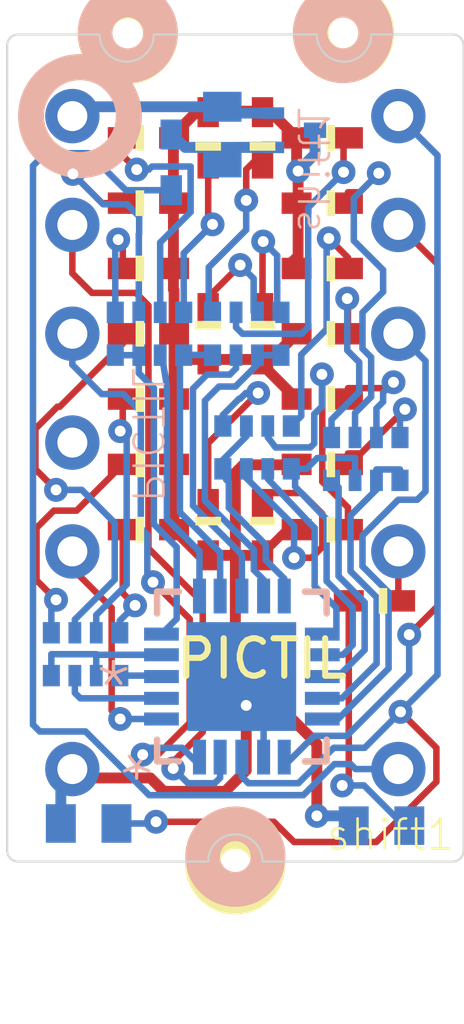
<source format=kicad_pcb>
(kicad_pcb (version 20221018) (generator pcbnew)
  (layers (0 "F.Cu" signal) (31 "B.Cu" signal) (34 "B.Paste" user) (35 "F.Paste" user) (36 "B.SilkS" user "B.Silkscreen") (37 "F.SilkS" user "F.Silkscreen") (38 "B.Mask" user) (39 "F.Mask" user) (44 "Edge.Cuts" user))
  (net 0 "")
  (net 1 "N$27")
  (net 2 "V_LED")
  (net 3 "INC")
  (net 4 "IND")
  (net 5 "C_R")
  (net 6 "BLK")
  (net 7 "V_LOGIC")
  (net 8 "GND")
  (net 9 "INA")
  (net 10 "INB")
  (net 11 "LATCH")
  (net 12 "V_LED_IN")
  (net 13 "L7")
  (net 14 "L6")
  (net 15 "L5")
  (net 16 "L4")
  (net 17 "L3")
  (net 18 "L8")
  (net 19 "L2")
  (net 20 "L1")
  (net 21 "L12")
  (net 22 "L13")
  (net 23 "L11")
  (net 24 "L10")
  (net 25 "L9")
  (net 26 "C5")
  (net 27 "C4")
  (net 28 "C3")
  (net 29 "C6")
  (net 30 "C7")
  (net 31 "B5")
  (net 32 "B6")
  (net 33 "B7")
  (net 34 "B4")
  (net 35 "C2")
  (net 36 "C1")
  (net 37 "C0")
  (net 38 "N$2")
  (net 39 "L12B")
  (net 40 "L10B")
  (net 41 "L8B")
  (net 42 "L2B")
  (net 43 "L13B")
  (net 44 "L4B")
  (net 45 "L6B")
  (net 46 "N$3")
  (footprint "LED0402_B" (layer "F.Cu") (at 85.344 117.946 -90)
    (fp_text reference "LED8" hide)
    (fp_text value "")
  )
  (footprint "LED0402_B" (layer "F.Cu") (at 82.677 108.802)
    (fp_text reference "LED1" hide)
    (fp_text value "")
  )
  (footprint "LED0402_B" (layer "F.Cu") (at 86.741 117.946 180)
    (fp_text reference "LED7" hide)
    (fp_text value "")
  )
  (footprint "LED0402_B" (layer "F.Cu") (at 87.9602 119.6086 180)
    (fp_text reference "LED15" hide)
    (fp_text value "")
  )
  (footprint "LED0402_B" (layer "F.Cu") (at 84.074 113.374 -90)
    (fp_text reference "LED21" hide)
    (fp_text value "")
  )
  (footprint "LED0402_B" (layer "F.Cu") (at 86.741 114.898 180)
    (fp_text reference "LED6" hide)
    (fp_text value "")
  )
  (footprint "LED0402_B" (layer "F.Cu") (at 86.741 108.802 180)
    (fp_text reference "LED3" hide)
    (fp_text value "")
  )
  (footprint "1X07_NO6" (layer "F.Cu") (at 80.899 115.914 -90)
    (fp_text reference "JP1" hide)
    (fp_text value "PINH-1X7_NO6," hide)
  )
  (footprint "LED0402_B" (layer "F.Cu") (at 86.741 113.374 180)
    (fp_text reference "LED5" hide)
    (fp_text value "")
  )
  (footprint "LED0402_B" (layer "F.Cu") (at 86.741 116.422 180)
    (fp_text reference "LED18" hide)
    (fp_text value "")
  )
  (footprint "LED0402_B" (layer "F.Cu") (at 86.741 111.85 180)
    (fp_text reference "LED19" hide)
    (fp_text value "")
  )
  (footprint "LED0402_B" (layer "F.Cu") (at 82.677 116.422)
    (fp_text reference "LED23" hide)
    (fp_text value "")
  )
  (footprint "1X07_NO2,4_THT" (layer "F.Cu") (at 88.519 115.914 90)
    (fp_text reference "JP2" hide)
    (fp_text value "PINH-1X7_NO2,4THT2" hide)
  )
  (footprint "LED0402_B" (layer "F.Cu") (at 82.677 113.374)
    (fp_text reference "LED11" hide)
    (fp_text value "")
  )
  (footprint "LED0402_B" (layer "F.Cu") (at 86.741 110.326 180)
    (fp_text reference "LED4" hide)
    (fp_text value "")
  )
  (footprint "LED0402_B" (layer "F.Cu") (at 84.074 108.802 90)
    (fp_text reference "LED20" hide)
    (fp_text value "")
  )
  (footprint "LED0402_B" (layer "F.Cu") (at 85.344 108.802 90)
    (fp_text reference "LED2" hide)
    (fp_text value "")
  )
  (footprint "LED0402_B" (layer "F.Cu") (at 82.677 117.946)
    (fp_text reference "LED9" hide)
    (fp_text value "")
  )
  (footprint "LED0402_B" (layer "F.Cu") (at 85.344 113.374 -90)
    (fp_text reference "LED13" hide)
    (fp_text value "")
  )
  (footprint "LED0402_B" (layer "F.Cu") (at 84.074 117.946 -90)
    (fp_text reference "LED22" hide)
    (fp_text value "")
  )
  (footprint "LED0402_B" (layer "F.Cu") (at 82.677 114.898)
    (fp_text reference "LED10" hide)
    (fp_text value "")
  )
  (footprint "LED0402_B" (layer "F.Cu") (at 82.677 111.85)
    (fp_text reference "LED24" hide)
    (fp_text value "")
  )
  (footprint "LED0402_B" (layer "F.Cu") (at 82.677 110.326)
    (fp_text reference "LED12" hide)
    (fp_text value "")
  )
  (footprint "R0402" (layer "B.Cu") (at 88.1253 124.8548 180)
    (fp_text reference "R38" hide)
    (fp_text value "")
  )
  (footprint "C0402" (layer "B.Cu") (at 81.28 124.804 180)
    (fp_text reference "C2" hide)
    (fp_text value "")
  )
  (footprint "QFN50P400X400X100-21N" (layer "B.Cu") (at 84.8614 121.375)
    (fp_text reference "IC1" hide)
    (fp_text value "PIC16F527-I/ML" hide)
  )
  (footprint "4X0402ARV341" (layer "B.Cu") (at 85.217 116.0272)
    (fp_text reference "RN5" hide)
    (fp_text value "")
  )
  (footprint "R0402" (layer "B.Cu") (at 84.4042 108.7258 90)
    (fp_text reference "R24" hide)
    (fp_text value "")
  )
  (footprint "4X0402ARV341" (layer "B.Cu") (at 84.9756 113.374)
    (fp_text reference "RN2" hide)
    (fp_text value "")
  )
  (footprint "4X0402ARV341" (layer "B.Cu") (at 81.2078 120.8532)
    (fp_text reference "RN4" hide)
    (fp_text value "")
  )
  (footprint "SOD523" (layer "B.Cu") (at 83.2104 109.4243 90)
    (fp_text reference "D1" hide)
    (fp_text value "")
  )
  (footprint "4X0402ARV341" (layer "B.Cu") (at 82.7024 113.374)
    (fp_text reference "RN1" hide)
    (fp_text value "")
  )
  (footprint "SOT723" (layer "B.Cu") (at 86.0806 108.6242 90)
    (fp_text reference "Q2" hide)
    (fp_text value "NTK3139PSOT723")
  )
  (footprint "4X0402ARV341" (layer "B.Cu") (at 87.757 116.295)
    (fp_text reference "RN3" hide)
    (fp_text value "")
  )
  (gr_circle (center 87.2236 106.353409) (end 87.582809 106.353409) (stroke (width 0.8128)) (fill none) (layer "B.SilkS"))
  (gr_circle (center 82.1944 106.353409) (end 82.553609 106.353409) (stroke (width 0.8128)) (fill none) (layer "B.SilkS"))
  (gr_circle (center 84.709 125.5776) (end 85.068209 125.5776) (stroke (width 0.8128)) (fill none) (layer "B.SilkS"))
  (gr_circle (center 81.0768 108.294) (end 82.2198 108.294) (stroke (width 0.6096)) (fill none) (layer "B.SilkS"))
  (gr_circle (center 84.709 125.7554) (end 85.068209 125.7554) (stroke (width 0.8128)) (fill none) (layer "F.SilkS"))
  (gr_circle (center 87.249 106.3498) (end 87.608209 106.3498) (stroke (width 0.8128)) (fill none) (layer "F.SilkS"))
  (gr_circle (center 82.1944 106.3752) (end 82.553609 106.3752) (stroke (width 0.8128)) (fill none) (layer "F.SilkS"))
  (gr_arc (start 84.709 125.058) (mid 85.158013 125.243987) (end 85.344 125.693) (stroke (width 0.05)) (layer "Edge.Cuts"))
  (gr_line (start 81.534 106.389) (end 79.629 106.389) (stroke (width 0.05)) (layer "Edge.Cuts"))
  (gr_arc (start 82.804 106.389) (mid 82.618013 106.838013) (end 82.169 107.024) (stroke (width 0.05)) (layer "Edge.Cuts"))
  (gr_arc (start 79.629 125.693) (mid 79.449395 125.618605) (end 79.375 125.439) (stroke (width 0.05)) (layer "Edge.Cuts"))
  (gr_arc (start 89.789 106.389) (mid 89.968605 106.463395) (end 90.043 106.643) (stroke (width 0.05)) (layer "Edge.Cuts"))
  (gr_arc (start 79.375 106.643) (mid 79.449395 106.463395) (end 79.629 106.389) (stroke (width 0.05)) (layer "Edge.Cuts"))
  (gr_line (start 89.789 106.389) (end 87.884 106.389) (stroke (width 0.05)) (layer "Edge.Cuts"))
  (gr_line (start 85.344 125.693) (end 89.789 125.693) (stroke (width 0.05)) (layer "Edge.Cuts"))
  (gr_line (start 79.375 106.643) (end 79.375 125.439) (stroke (width 0.05)) (layer "Edge.Cuts"))
  (gr_arc (start 87.249 107.024) (mid 86.799987 106.838013) (end 86.614 106.389) (stroke (width 0.05)) (layer "Edge.Cuts"))
  (gr_arc (start 87.884 106.389) (mid 87.698013 106.838013) (end 87.249 107.024) (stroke (width 0.05)) (layer "Edge.Cuts"))
  (gr_line (start 86.614 106.389) (end 82.804 106.389) (stroke (width 0.05)) (layer "Edge.Cuts"))
  (gr_line (start 90.043 125.439) (end 90.043 106.643) (stroke (width 0.05)) (layer "Edge.Cuts"))
  (gr_arc (start 90.043 125.439) (mid 89.968605 125.618605) (end 89.789 125.693) (stroke (width 0.05)) (layer "Edge.Cuts"))
  (gr_line (start 79.629 125.693) (end 84.074 125.693) (stroke (width 0.05)) (layer "Edge.Cuts"))
  (gr_arc (start 82.169 107.024) (mid 81.719987 106.838013) (end 81.534 106.389) (stroke (width 0.05)) (layer "Edge.Cuts"))
  (gr_arc (start 84.074 125.693) (mid 84.259987 125.243987) (end 84.709 125.058) (stroke (width 0.05)) (layer "Edge.Cuts"))
  (gr_text "" (at 84.2264 116.0918 -90) (layer "B.SilkS") (effects (font (size 0.70104 0.70104) (thickness 0.06096)) (justify right top mirror)))
  (gr_text "shift1" (at 86.106 111.0626 -90) (layer "B.SilkS") (effects (font (size 0.70104 0.70104) (thickness 0.06096)) (justify left bottom mirror)))
  (gr_text "PICTIL" (at 83.058 114.1106 -90) (layer "B.SilkS") (effects (font (size 0.70104 0.70104) (thickness 0.06096)) (justify right top mirror)))
  (gr_text "*" (at 82.9056 122.4026 180) (layer "B.SilkS") (effects (font (size 1.1938 1.1938) (thickness 0.0762)) (justify right bottom mirror)))
  (gr_text "PICTIL" (at 87.4014 120.4468) (layer "F.SilkS") (effects (font (size 0.87376 0.87376) (thickness 0.14224)) (justify right top)))
  (gr_text "shift1" (at 86.7918 125.476) (layer "F.SilkS") (effects (font (size 0.70104 0.70104) (thickness 0.06096)) (justify left bottom)))
  (segment (start 87.3602 123.763457) (end 87.3602 119.6086) (width 0.1524) (layer "F.Cu") (net 1))
  (segment (start 87.207199 123.916458) (end 87.3602 123.763457) (width 0.1524) (layer "F.Cu") (net 1))
  (via (at 87.207199 123.916458) (size 0.5588) (drill 0.254) (layers "F.Cu" "B.Cu") (net 1))
  (segment (start 87.716064 123.916458) (end 88.7753 124.975694) (width 0.1524) (layer "B.Cu") (net 1))
  (segment (start 88.7753 124.975694) (end 88.7753 125.1088) (width 0.1524) (layer "B.Cu") (net 1))
  (segment (start 87.207199 123.916458) (end 87.716064 123.916458) (width 0.1524) (layer "B.Cu") (net 1))
  (segment (start 86.175715 109.5756) (end 86.175715 109.471646) (width 0.254) (layer "F.Cu") (net 2))
  (segment (start 86.175715 109.5756) (end 86.141 109.540885) (width 0.254) (layer "F.Cu") (net 2))
  (segment (start 86.175715 111.561285) (end 86.0298 111.7072) (width 0.254) (layer "F.Cu") (net 2))
  (segment (start 86.141 116.422) (end 86.1294 116.4336) (width 0.254) (layer "F.Cu") (net 2))
  (segment (start 83.82 108.1786) (end 85.5176 108.1786) (width 0.254) (layer "F.Cu") (net 2))
  (segment (start 83.2812 113.974) (end 83.277 113.9698) (width 0.254) (layer "F.Cu") (net 2))
  (segment (start 83.277 117.946) (end 83.277 113.9698) (width 0.254) (layer "F.Cu") (net 2))
  (segment (start 86.614 122.944758) (end 86.614 124.6262) (width 0.254) (layer "F.Cu") (net 2))
  (segment (start 83.277 108.7216) (end 83.82 108.1786) (width 0.254) (layer "F.Cu") (net 2))
  (segment (start 84.074 118.546) (end 83.877 118.546) (width 0.254) (layer "F.Cu") (net 2))
  (segment (start 85.5176 108.1786) (end 86.141 108.802) (width 0.254) (layer "F.Cu") (net 2))
  (segment (start 84.8944 116.4336) (end 84.709 116.619) (width 0.254) (layer "F.Cu") (net 2))
  (segment (start 83.2612 109.0148) (end 83.2612 112.3422) (width 0.254) (layer "F.Cu") (net 2))
  (segment (start 85.344 118.546) (end 84.074 118.546) (width 0.254) (layer "F.Cu") (net 2))
  (segment (start 86.141 109.540885) (end 86.141 108.802) (width 0.254) (layer "F.Cu") (net 2))
  (segment (start 86.1294 116.4336) (end 84.8944 116.4336) (width 0.254) (layer "F.Cu") (net 2))
  (segment (start 83.277 113.9698) (end 83.277 112.358) (width 0.254) (layer "F.Cu") (net 2))
  (segment (start 84.709 121.039758) (end 86.614 122.944758) (width 0.254) (layer "F.Cu") (net 2))
  (segment (start 85.3186 118.5418) (end 85.9144 117.946) (width 0.2032) (layer "F.Cu") (net 2))
  (segment (start 84.074 113.974) (end 83.2812 113.974) (width 0.254) (layer "F.Cu") (net 2))
  (segment (start 83.2612 112.3422) (end 83.277 112.358) (width 0.254) (layer "F.Cu") (net 2))
  (segment (start 85.344 114.101) (end 86.141 114.898) (width 0.254) (layer "F.Cu") (net 2))
  (segment (start 85.9144 117.946) (end 86.141 117.946) (width 0.2032) (layer "F.Cu") (net 2))
  (segment (start 85.344 113.974) (end 85.344 114.101) (width 0.254) (layer "F.Cu") (net 2))
  (segment (start 85.344 113.974) (end 85.541 113.974) (width 0.254) (layer "F.Cu") (net 2))
  (segment (start 84.074 113.974) (end 85.344 113.974) (width 0.254) (layer "F.Cu") (net 2))
  (segment (start 85.541 113.974) (end 86.141 113.374) (width 0.254) (layer "F.Cu") (net 2))
  (segment (start 84.709 116.619) (end 84.709 121.039758) (width 0.254) (layer "F.Cu") (net 2))
  (segment (start 86.175715 109.5756) (end 86.175715 111.561285) (width 0.254) (layer "F.Cu") (net 2))
  (segment (start 86.175715 109.471646) (end 86.141 109.436931) (width 0.254) (layer "F.Cu") (net 2))
  (segment (start 83.877 118.546) (end 83.277 117.946) (width 0.254) (layer "F.Cu") (net 2))
  (segment (start 83.277 108.802) (end 83.277 108.7216) (width 0.254) (layer "F.Cu") (net 2))
  (via (at 86.175715 109.5756) (size 0.5588) (drill 0.254) (layers "F.Cu" "B.Cu") (net 2))
  (via (at 86.614 124.6262) (size 0.5588) (drill 0.254) (layers "F.Cu" "B.Cu") (net 2))
  (segment (start 87.2467 124.6262) (end 86.614 124.6262) (width 0.254) (layer "B.Cu") (net 2))
  (segment (start 86.5706 109.180715) (end 86.5706 108.6242) (width 0.254) (layer "B.Cu") (net 2))
  (segment (start 86.175715 109.5756) (end 86.5706 109.180715) (width 0.254) (layer "B.Cu") (net 2))
  (segment (start 87.4753 125.1088) (end 87.2467 124.8802) (width 0.254) (layer "B.Cu") (net 2))
  (segment (start 89.4334 111.7484) (end 88.519 110.834) (width 0.1524) (layer "F.Cu") (net 3))
  (segment (start 88.7725 120.396) (end 89.4334 119.7351) (width 0.1524) (layer "F.Cu") (net 3))
  (segment (start 89.4334 119.7351) (end 89.4334 111.7484) (width 0.1524) (layer "F.Cu") (net 3))
  (via (at 88.7725 120.396) (size 0.5588) (drill 0.254) (layers "F.Cu" "B.Cu") (net 3))
  (segment (start 88.7725 120.396) (end 88.7725 121.2993) (width 0.1524) (layer "B.Cu") (net 3))
  (segment (start 87.3136 122.7582) (end 86.5516 122.7582) (width 0.1524) (layer "B.Cu") (net 3))
  (segment (start 86.5516 122.7582) (end 85.852 123.4578) (width 0.1524) (layer "B.Cu") (net 3))
  (segment (start 88.7725 121.2993) (end 87.3136 122.7582) (width 0.1524) (layer "B.Cu") (net 3))
  (segment (start 87.6808 118.801194) (end 88.2904 119.410794) (width 0.1524) (layer "B.Cu") (net 4))
  (segment (start 88.2904 119.410794) (end 88.2904 121.185932) (width 0.1524) (layer "B.Cu") (net 4))
  (segment (start 88.5172 117.2482) (end 87.6808 118.0846) (width 0.1524) (layer "B.Cu") (net 4))
  (segment (start 88.519 113.374) (end 89.154 114.009) (width 0.1524) (layer "B.Cu") (net 4))
  (segment (start 89.154 117.0544) (end 88.9602 117.2482) (width 0.1524) (layer "B.Cu") (net 4))
  (segment (start 88.9602 117.2482) (end 88.5172 117.2482) (width 0.1524) (layer "B.Cu") (net 4))
  (segment (start 88.2904 121.185932) (end 87.110732 122.3656) (width 0.1524) (layer "B.Cu") (net 4))
  (segment (start 89.154 114.009) (end 89.154 117.0544) (width 0.1524) (layer "B.Cu") (net 4))
  (segment (start 87.110732 122.3656) (end 86.741 122.3656) (width 0.1524) (layer "B.Cu") (net 4))
  (segment (start 87.6808 118.0846) (end 87.6808 118.801194) (width 0.1524) (layer "B.Cu") (net 4))
  (segment (start 88.519 118.454) (end 88.519 119.5674) (width 0.1524) (layer "F.Cu") (net 5))
  (segment (start 88.519 119.5674) (end 88.5602 119.6086) (width 0.1524) (layer "F.Cu") (net 5))
  (segment (start 88.519 118.454) (end 88.9 118.073) (width 0.1524) (layer "F.Cu") (net 5))
  (segment (start 80.137 122.6566) (end 79.9792 122.4988) (width 0.1524) (layer "B.Cu") (net 6))
  (segment (start 88.519 123.534) (end 87.519995 123.534) (width 0.1524) (layer "B.Cu") (net 6))
  (segment (start 79.9792 109.454) (end 80.272553 109.160647) (width 0.1524) (layer "B.Cu") (net 6))
  (segment (start 86.298264 124.1436) (end 82.693994 124.1436) (width 0.1524) (layer "B.Cu") (net 6))
  (segment (start 87.404595 123.4186) (end 87.023264 123.4186) (width 0.1524) (layer "B.Cu") (net 6))
  (segment (start 82.15 110.0243) (end 83.2104 110.0243) (width 0.1524) (layer "B.Cu") (net 6))
  (segment (start 82.693994 124.1436) (end 81.206994 122.6566) (width 0.1524) (layer "B.Cu") (net 6))
  (segment (start 81.206994 122.6566) (end 80.137 122.6566) (width 0.1524) (layer "B.Cu") (net 6))
  (segment (start 79.9792 122.4988) (end 79.9792 109.454) (width 0.1524) (layer "B.Cu") (net 6))
  (segment (start 87.519995 123.534) (end 87.404595 123.4186) (width 0.1524) (layer "B.Cu") (net 6))
  (segment (start 81.286347 109.160647) (end 82.15 110.0243) (width 0.1524) (layer "B.Cu") (net 6))
  (segment (start 87.023264 123.4186) (end 86.298264 124.1436) (width 0.1524) (layer "B.Cu") (net 6))
  (segment (start 88.2904 123.3054) (end 88.519 123.534) (width 0.1524) (layer "B.Cu") (net 6))
  (segment (start 83.2104 110.0243) (end 83.0411 109.855) (width 0.1524) (layer "B.Cu") (net 6))
  (segment (start 80.272553 109.160647) (end 81.286347 109.160647) (width 0.1524) (layer "B.Cu") (net 6))
  (segment (start 85.6096 124.7648) (end 82.8548 124.7648) (width 0.1524) (layer "F.Cu") (net 7))
  (segment (start 88.5698 122.1994) (end 89.408 123.0376) (width 0.1524) (layer "F.Cu") (net 7))
  (segment (start 89.408 123.830394) (end 88.002594 125.2358) (width 0.1524) (layer "F.Cu") (net 7))
  (segment (start 86.0806 125.2358) (end 85.6096 124.7648) (width 0.1524) (layer "F.Cu") (net 7))
  (segment (start 89.408 123.0376) (end 89.408 123.830394) (width 0.1524) (layer "F.Cu") (net 7))
  (segment (start 88.002594 125.2358) (end 86.0806 125.2358) (width 0.1524) (layer "F.Cu") (net 7))
  (via (at 88.5698 122.1994) (size 0.5588) (drill 0.254) (layers "F.Cu" "B.Cu") (net 7))
  (via (at 82.8548 124.7648) (size 0.5588) (drill 0.254) (layers "F.Cu" "B.Cu") (net 7))
  (segment (start 81.93 124.804) (end 82.8156 124.804) (width 0.1524) (layer "B.Cu") (net 7))
  (segment (start 85.0138 123.8642) (end 84.8614 123.7118) (width 0.1524) (layer "B.Cu") (net 7))
  (segment (start 88.5698 122.1994) (end 87.7316 123.0376) (width 0.1524) (layer "B.Cu") (net 7))
  (segment (start 87.009132 123.0376) (end 86.182532 123.8642) (width 0.1524) (layer "B.Cu") (net 7))
  (segment (start 87.7316 123.0376) (end 87.009132 123.0376) (width 0.1524) (layer "B.Cu") (net 7))
  (segment (start 89.4334 121.3358) (end 89.4334 109.2084) (width 0.1524) (layer "B.Cu") (net 7))
  (segment (start 82.8156 124.804) (end 82.8548 124.7648) (width 0.1524) (layer "B.Cu") (net 7))
  (segment (start 88.5698 122.1994) (end 89.4334 121.3358) (width 0.1524) (layer "B.Cu") (net 7))
  (segment (start 86.182532 123.8642) (end 85.0138 123.8642) (width 0.1524) (layer "B.Cu") (net 7))
  (segment (start 84.8614 123.7118) (end 84.8614 123.4578) (width 0.1524) (layer "B.Cu") (net 7))
  (segment (start 89.4334 109.2084) (end 88.519 108.294) (width 0.1524) (layer "B.Cu") (net 7))
  (segment (start 83.035758 124.054094) (end 82.7233 123.741636) (width 0.254) (layer "F.Cu") (net 8))
  (segment (start 81.106636 123.741636) (end 80.899 123.534) (width 0.254) (layer "F.Cu") (net 8))
  (segment (start 82.7233 123.741636) (end 81.106636 123.741636) (width 0.254) (layer "F.Cu") (net 8))
  (segment (start 84.472248 124.054094) (end 83.035758 124.054094) (width 0.254) (layer "F.Cu") (net 8))
  (segment (start 84.963 123.563342) (end 84.472248 124.054094) (width 0.254) (layer "F.Cu") (net 8))
  (segment (start 84.963 122.0481) (end 84.963 123.563342) (width 0.254) (layer "F.Cu") (net 8))
  (via (at 84.963 122.0481) (size 0.5588) (drill 0.254) (layers "F.Cu" "B.Cu") (net 8))
  (segment (start 85.3694 121.5782) (end 84.963 122.2513) (width 0.1524) (layer "B.Cu") (net 8))
  (segment (start 84.8614 121.3242) (end 84.313621 121.008379) (width 0.254) (layer "B.Cu") (net 8))
  (segment (start 80.63 124.804) (end 80.63 123.803) (width 0.254) (layer "B.Cu") (net 8))
  (segment (start 84.313621 121.008379) (end 84.313621 120.917322) (width 0.254) (layer "B.Cu") (net 8))
  (segment (start 80.63 123.803) (end 80.899 123.534) (width 0.254) (layer "B.Cu") (net 8))
  (segment (start 85.3694 123.2546) (end 85.3694 121.375) (width 0.1524) (layer "B.Cu") (net 8))
  (segment (start 84.7471 120.9305) (end 84.8614 121.3242) (width 0.1524) (layer "B.Cu") (net 8))
  (segment (start 84.963 122.0481) (end 84.7471 120.9813) (width 0.1524) (layer "B.Cu") (net 8))
  (segment (start 82.784595 119.172018) (end 83.6422 120.029623) (width 0.1524) (layer "F.Cu") (net 9))
  (segment (start 82.89868 123.19692) (end 82.543064 123.19692) (width 0.1524) (layer "F.Cu") (net 9))
  (segment (start 83.6422 120.029623) (end 83.6422 122.4534) (width 0.1524) (layer "F.Cu") (net 9))
  (segment (start 83.6422 122.4534) (end 82.89868 123.19692) (width 0.1524) (layer "F.Cu") (net 9))
  (via (at 82.784595 119.172018) (size 0.5588) (drill 0.254) (layers "F.Cu" "B.Cu") (net 9))
  (via (at 82.543064 123.19692) (size 0.5588) (drill 0.254) (layers "F.Cu" "B.Cu") (net 9))
  (segment (start 81.1022 113.5772) (end 80.899 113.374) (width 0.1524) (layer "B.Cu") (net 9))
  (segment (start 82.6516 119.039023) (end 82.6516 118.063145) (width 0.1524) (layer "B.Cu") (net 9))
  (segment (start 82.4992 117.910745) (end 82.4992 115.1918) (width 0.1524) (layer "B.Cu") (net 9))
  (segment (start 80.899 114.0968) (end 80.899 113.374) (width 0.1524) (layer "B.Cu") (net 9))
  (segment (start 81.5848 114.7826) (end 80.899 114.0968) (width 0.1524) (layer "B.Cu") (net 9))
  (segment (start 83.8708 123.444) (end 83.8708 123.4578) (width 0.1524) (layer "B.Cu") (net 9))
  (segment (start 81.169375 113.374) (end 80.899 113.374) (width 0.1524) (layer "B.Cu") (net 9))
  (segment (start 82.784595 119.172018) (end 82.6516 119.039023) (width 0.1524) (layer "B.Cu") (net 9))
  (segment (start 83.464894 123.038094) (end 83.8708 123.444) (width 0.1524) (layer "B.Cu") (net 9))
  (segment (start 82.09 114.7826) (end 81.5848 114.7826) (width 0.1524) (layer "B.Cu") (net 9))
  (segment (start 82.543064 123.19692) (end 82.70189 123.038094) (width 0.1524) (layer "B.Cu") (net 9))
  (segment (start 82.4992 115.1918) (end 82.09 114.7826) (width 0.1524) (layer "B.Cu") (net 9))
  (segment (start 82.70189 123.038094) (end 83.464894 123.038094) (width 0.1524) (layer "B.Cu") (net 9))
  (segment (start 82.6516 118.063145) (end 82.4992 117.910745) (width 0.1524) (layer "B.Cu") (net 9))
  (segment (start 80.899 111.9632) (end 80.899 110.834) (width 0.1524) (layer "F.Cu") (net 10))
  (segment (start 82.677 112.7136) (end 82.3838 112.4204) (width 0.1524) (layer "F.Cu") (net 10))
  (segment (start 82.677 118.381923) (end 82.677 112.7136) (width 0.1524) (layer "F.Cu") (net 10))
  (segment (start 83.947 122.6704) (end 83.947 119.651923) (width 0.1524) (layer "F.Cu") (net 10))
  (segment (start 81.3562 112.4204) (end 80.899 111.9632) (width 0.1524) (layer "F.Cu") (net 10))
  (segment (start 82.3838 112.4204) (end 81.3562 112.4204) (width 0.1524) (layer "F.Cu") (net 10))
  (segment (start 83.947 119.651923) (end 82.677 118.381923) (width 0.1524) (layer "F.Cu") (net 10))
  (segment (start 83.1596 123.4578) (end 83.947 122.6704) (width 0.1524) (layer "F.Cu") (net 10))
  (via (at 83.2567 123.520694) (size 0.5588) (drill 0.254) (layers "F.Cu" "B.Cu") (net 10))
  (segment (start 84.3534 123.7372) (end 84.3534 123.2546) (width 0.1524) (layer "B.Cu") (net 10))
  (segment (start 84.2264 123.8642) (end 84.3534 123.7372) (width 0.1524) (layer "B.Cu") (net 10))
  (segment (start 83.600206 123.8642) (end 84.2264 123.8642) (width 0.1524) (layer "B.Cu") (net 10))
  (segment (start 83.2567 123.520694) (end 83.600206 123.8642) (width 0.1524) (layer "B.Cu") (net 10))
  (segment (start 81.817775 119.774106) (end 80.899 118.855331) (width 0.1524) (layer "F.Cu") (net 11))
  (segment (start 82.0166 122.3651) (end 81.817775 122.166275) (width 0.1524) (layer "F.Cu") (net 11))
  (segment (start 81.817775 122.166275) (end 81.817775 119.774106) (width 0.1524) (layer "F.Cu") (net 11))
  (segment (start 80.899 118.855331) (end 80.899 118.454) (width 0.1524) (layer "F.Cu") (net 11))
  (via (at 82.0166 122.3651) (size 0.5588) (drill 0.254) (layers "F.Cu" "B.Cu") (net 11))
  (segment (start 82.0171 122.3656) (end 82.0166 122.3651) (width 0.1524) (layer "B.Cu") (net 11))
  (segment (start 82.9818 122.3656) (end 82.0171 122.3656) (width 0.1524) (layer "B.Cu") (net 11))
  (segment (start 81.1172 108.0758) (end 80.899 108.294) (width 0.254) (layer "B.Cu") (net 12))
  (segment (start 85.5906 108.2242) (end 84.5526 108.2242) (width 0.254) (layer "B.Cu") (net 12))
  (segment (start 84.4042 108.0758) (end 81.1172 108.0758) (width 0.254) (layer "B.Cu") (net 12))
  (segment (start 87.341 117.4284) (end 87.341 117.946) (width 0.1524) (layer "F.Cu") (net 13))
  (segment (start 86.732398 114.193932) (end 86.732702 114.193628) (width 0.1524) (layer "F.Cu") (net 13))
  (segment (start 86.741 116.8284) (end 87.341 117.4284) (width 0.1524) (layer "F.Cu") (net 13))
  (segment (start 86.732398 114.321682) (end 86.741 114.330284) (width 0.1524) (layer "F.Cu") (net 13))
  (segment (start 86.732398 114.321682) (end 86.732398 114.193932) (width 0.1524) (layer "F.Cu") (net 13))
  (segment (start 86.741 114.330284) (end 86.741 116.8284) (width 0.1524) (layer "F.Cu") (net 13))
  (via (at 86.732398 114.321682) (size 0.5588) (drill 0.254) (layers "F.Cu" "B.Cu") (net 13))
  (segment (start 86.5538 115.2492) (end 86.732398 115.070602) (width 0.1524) (layer "B.Cu") (net 13))
  (segment (start 85.4924 115.82) (end 85.6488 116.0272) (width 0.1524) (layer "B.Cu") (net 13))
  (segment (start 86.4616 116.0272) (end 86.5538 115.935) (width 0.1524) (layer "B.Cu") (net 13))
  (segment (start 85.467 115.7946) (end 85.4924 115.82) (width 0.1524) (layer "B.Cu") (net 13))
  (segment (start 85.6488 116.0272) (end 86.4616 116.0272) (width 0.1524) (layer "B.Cu") (net 13))
  (segment (start 86.732398 115.070602) (end 86.732398 114.321682) (width 0.1524) (layer "B.Cu") (net 13))
  (segment (start 86.5538 115.935) (end 86.5538 115.2492) (width 0.1524) (layer "B.Cu") (net 13))
  (segment (start 88.268428 114.644) (end 87.341 114.644) (width 0.1524) (layer "F.Cu") (net 14))
  (segment (start 88.405728 114.5067) (end 88.268428 114.644) (width 0.1524) (layer "F.Cu") (net 14))
  (via (at 88.405728 114.5067) (size 0.5588) (drill 0.254) (layers "F.Cu" "B.Cu") (net 14))
  (segment (start 88.007 115.117797) (end 88.007 115.795) (width 0.1524) (layer "B.Cu") (net 14))
  (segment (start 88.405728 114.5067) (end 88.1634 114.749028) (width 0.1524) (layer "B.Cu") (net 14))
  (segment (start 88.1634 114.961397) (end 88.007 115.117797) (width 0.1524) (layer "B.Cu") (net 14))
  (segment (start 88.1634 114.749028) (end 88.1634 114.961397) (width 0.1524) (layer "B.Cu") (net 14))
  (segment (start 87.341 112.568829) (end 87.341 113.12) (width 0.1524) (layer "F.Cu") (net 15))
  (segment (start 87.3247 112.552529) (end 87.341 112.568829) (width 0.1524) (layer "F.Cu") (net 15))
  (via (at 87.3247 112.552529) (size 0.5588) (drill 0.254) (layers "F.Cu" "B.Cu") (net 15))
  (segment (start 87.3247 112.552529) (end 87.3247 113.760226) (width 0.1524) (layer "B.Cu") (net 15))
  (segment (start 87.3247 113.760226) (end 87.6046 114.040126) (width 0.1524) (layer "B.Cu") (net 15))
  (segment (start 87.6046 114.729933) (end 86.957 115.377533) (width 0.1524) (layer "B.Cu") (net 15))
  (segment (start 87.6046 114.040126) (end 87.6046 114.729933) (width 0.1524) (layer "B.Cu") (net 15))
  (segment (start 86.957 115.377533) (end 86.957 115.795) (width 0.1524) (layer "B.Cu") (net 15))
  (segment (start 88.0618 109.6264) (end 87.6162 110.072) (width 0.1524) (layer "F.Cu") (net 16))
  (segment (start 87.6162 110.072) (end 87.341 110.072) (width 0.1524) (layer "F.Cu") (net 16))
  (via (at 88.0618 109.6264) (size 0.5588) (drill 0.254) (layers "F.Cu" "B.Cu") (net 16))
  (segment (start 87.6808 113.721194) (end 87.884 113.924394) (width 0.1524) (layer "B.Cu") (net 16))
  (segment (start 87.884 113.924394) (end 87.884 114.845665) (width 0.1524) (layer "B.Cu") (net 16))
  (segment (start 87.4776 111.2012) (end 88.1634 111.887) (width 0.1524) (layer "B.Cu") (net 16))
  (segment (start 87.6808 112.8776) (end 87.6808 113.721194) (width 0.1524) (layer "B.Cu") (net 16))
  (segment (start 87.507 115.222665) (end 87.507 115.795) (width 0.1524) (layer "B.Cu") (net 16))
  (segment (start 88.0618 109.6264) (end 87.4776 110.2106) (width 0.1524) (layer "B.Cu") (net 16))
  (segment (start 87.4776 110.2106) (end 87.4776 111.2012) (width 0.1524) (layer "B.Cu") (net 16))
  (segment (start 88.1634 112.395) (end 87.6808 112.8776) (width 0.1524) (layer "B.Cu") (net 16))
  (segment (start 87.884 114.845665) (end 87.507 115.222665) (width 0.1524) (layer "B.Cu") (net 16))
  (segment (start 88.1634 111.887) (end 88.1634 112.395) (width 0.1524) (layer "B.Cu") (net 16))
  (segment (start 87.23789 109.601055) (end 87.23789 108.65111) (width 0.1524) (layer "F.Cu") (net 17))
  (via (at 87.23789 109.601055) (size 0.5588) (drill 0.254) (layers "F.Cu" "B.Cu") (net 17))
  (segment (start 84.7256 113.2244) (end 84.7256 112.874) (width 0.1524) (layer "B.Cu") (net 17))
  (segment (start 86.259169 113.374) (end 84.8752 113.374) (width 0.1524) (layer "B.Cu") (net 17))
  (segment (start 86.4108 110.428145) (end 86.4108 113.222369) (width 0.1524) (layer "B.Cu") (net 17))
  (segment (start 84.8752 113.374) (end 84.7256 113.2244) (width 0.1524) (layer "B.Cu") (net 17))
  (segment (start 87.23789 109.601055) (end 86.4108 110.428145) (width 0.1524) (layer "B.Cu") (net 17))
  (segment (start 86.4108 113.222369) (end 86.259169 113.374) (width 0.1524) (layer "B.Cu") (net 17))
  (segment (start 86.491498 118.601902) (end 86.741 118.3524) (width 0.1524) (layer "F.Cu") (net 18))
  (segment (start 86.741 117.5766) (end 86.2564 117.092) (width 0.1524) (layer "F.Cu") (net 18))
  (segment (start 86.0811 118.601902) (end 86.491498 118.601902) (width 0.1524) (layer "F.Cu") (net 18))
  (segment (start 86.741 118.3524) (end 86.741 117.5766) (width 0.1524) (layer "F.Cu") (net 18))
  (segment (start 86.2564 117.092) (end 85.344 117.092) (width 0.1524) (layer "F.Cu") (net 18))
  (via (at 86.0811 118.601902) (size 0.5588) (drill 0.254) (layers "F.Cu" "B.Cu") (net 18))
  (segment (start 86.0811 117.8565) (end 84.967 116.7424) (width 0.1524) (layer "B.Cu") (net 18))
  (segment (start 84.967 116.7424) (end 84.967 116.5272) (width 0.1524) (layer "B.Cu") (net 18))
  (segment (start 86.0811 118.601902) (end 86.0811 117.8565) (width 0.1524) (layer "B.Cu") (net 18))
  (segment (start 84.963 109.5386) (end 85.344 109.1576) (width 0.1524) (layer "F.Cu") (net 19))
  (segment (start 84.963 110.2614) (end 84.963 109.5386) (width 0.1524) (layer "F.Cu") (net 19))
  (via (at 84.963 110.2614) (size 0.5588) (drill 0.254) (layers "F.Cu" "B.Cu") (net 19))
  (segment (start 84.0868 111.8234) (end 84.0868 112.8326) (width 0.1524) (layer "B.Cu") (net 19))
  (segment (start 84.963 110.9472) (end 84.0868 111.8234) (width 0.1524) (layer "B.Cu") (net 19))
  (segment (start 84.963 110.2614) (end 84.963 110.9472) (width 0.1524) (layer "B.Cu") (net 19))
  (segment (start 82.1182 109.257353) (end 82.403047 109.5422) (width 0.1524) (layer "F.Cu") (net 20))
  (segment (start 82.1182 108.5892) (end 82.1182 109.257353) (width 0.1524) (layer "F.Cu") (net 20))
  (via (at 82.403047 109.5422) (size 0.5588) (drill 0.254) (layers "F.Cu" "B.Cu") (net 20))
  (segment (start 82.9524 111.2444) (end 82.9524 112.874) (width 0.1524) (layer "B.Cu") (net 20))
  (segment (start 83.6636 110.5332) (end 82.9524 111.2444) (width 0.1524) (layer "B.Cu") (net 20))
  (segment (start 82.6861 109.5422) (end 82.7572 109.4711) (width 0.1524) (layer "B.Cu") (net 20))
  (segment (start 83.6636 109.4711) (end 83.6636 110.5332) (width 0.1524) (layer "B.Cu") (net 20))
  (segment (start 82.7572 109.4711) (end 83.6636 109.4711) (width 0.1524) (layer "B.Cu") (net 20))
  (segment (start 82.3504 109.5422) (end 82.6861 109.5422) (width 0.1524) (layer "B.Cu") (net 20))
  (segment (start 82.077 110.326) (end 81.594246 110.326) (width 0.1524) (layer "F.Cu") (net 21))
  (segment (start 81.594246 110.326) (end 80.911493 109.643247) (width 0.1524) (layer "F.Cu") (net 21))
  (via (at 80.911493 109.643247) (size 0.5588) (drill 0.254) (layers "F.Cu" "B.Cu") (net 21))
  (segment (start 82.1784 110.3514) (end 81.619646 110.3514) (width 0.1524) (layer "B.Cu") (net 21))
  (segment (start 81.619646 110.3514) (end 80.911493 109.643247) (width 0.1524) (layer "B.Cu") (net 21))
  (segment (start 82.4524 111.0426) (end 82.4611 111.0339) (width 0.1524) (layer "B.Cu") (net 21))
  (segment (start 82.4524 112.874) (end 82.4524 111.0426) (width 0.1524) (layer "B.Cu") (net 21))
  (segment (start 82.4611 110.6341) (end 82.1784 110.3514) (width 0.1524) (layer "B.Cu") (net 21))
  (segment (start 82.4611 111.0339) (end 82.4611 110.6341) (width 0.1524) (layer "B.Cu") (net 21))
  (segment (start 85.359379 111.221616) (end 85.344 111.236995) (width 0.1524) (layer "F.Cu") (net 22))
  (segment (start 85.344 111.236995) (end 85.344 112.52) (width 0.1524) (layer "F.Cu") (net 22))
  (via (at 85.359379 111.221616) (size 0.5588) (drill 0.254) (layers "F.Cu" "B.Cu") (net 22))
  (segment (start 85.359379 111.221616) (end 85.6868 111.549037) (width 0.1524) (layer "B.Cu") (net 22))
  (segment (start 85.6868 111.549037) (end 85.6868 112.874) (width 0.1524) (layer "B.Cu") (net 22))
  (segment (start 82.077 113.6046) (end 80.6058 115.0758) (width 0.1524) (layer "F.Cu") (net 23))
  (segment (start 80.0354 115.592206) (end 80.0354 116.5357) (width 0.1524) (layer "F.Cu") (net 23))
  (segment (start 80.6058 115.0758) (end 80.551806 115.0758) (width 0.1524) (layer "F.Cu") (net 23))
  (segment (start 80.551806 115.0758) (end 80.0354 115.592206) (width 0.1524) (layer "F.Cu") (net 23))
  (segment (start 80.0354 116.5357) (end 80.5175 117.0178) (width 0.1524) (layer "F.Cu") (net 23))
  (segment (start 82.077 113.374) (end 82.077 113.6046) (width 0.1524) (layer "F.Cu") (net 23))
  (via (at 80.5175 117.0178) (size 0.5588) (drill 0.254) (layers "F.Cu" "B.Cu") (net 23))
  (segment (start 81.119203 117.0178) (end 80.5175 117.0178) (width 0.1524) (layer "B.Cu") (net 23))
  (segment (start 81.8896 117.788197) (end 81.119203 117.0178) (width 0.1524) (layer "B.Cu") (net 23))
  (segment (start 81.8896 119.111868) (end 81.8896 117.788197) (width 0.1524) (layer "B.Cu") (net 23))
  (segment (start 80.9578 120.043668) (end 81.8896 119.111868) (width 0.1524) (layer "B.Cu") (net 23))
  (segment (start 80.9578 120.3532) (end 80.9578 120.043668) (width 0.1524) (layer "B.Cu") (net 23))
  (segment (start 82.0171 115.6462) (end 82.077 115.5863) (width 0.1524) (layer "F.Cu") (net 24))
  (segment (start 82.077 115.5863) (end 82.077 114.898) (width 0.1524) (layer "F.Cu") (net 24))
  (via (at 82.0171 115.6462) (size 0.5588) (drill 0.254) (layers "F.Cu" "B.Cu") (net 24))
  (segment (start 82.169 115.7981) (end 82.169 119.2276) (width 0.1524) (layer "B.Cu") (net 24))
  (segment (start 82.169 119.2276) (end 81.4578 119.9388) (width 0.1524) (layer "B.Cu") (net 24))
  (segment (start 81.4578 119.9388) (end 81.4578 120.3532) (width 0.1524) (layer "B.Cu") (net 24))
  (segment (start 82.0171 115.6462) (end 82.169 115.7981) (width 0.1524) (layer "B.Cu") (net 24))
  (segment (start 82.077 119.425905) (end 82.077 117.946) (width 0.1524) (layer "F.Cu") (net 25))
  (segment (start 82.364744 119.713649) (end 82.077 119.425905) (width 0.1524) (layer "F.Cu") (net 25))
  (via (at 82.364744 119.713649) (size 0.5588) (drill 0.254) (layers "F.Cu" "B.Cu") (net 25))
  (segment (start 82.364744 119.713649) (end 82.0078 120.070593) (width 0.1524) (layer "B.Cu") (net 25))
  (segment (start 82.0078 120.070593) (end 82.0078 120.3532) (width 0.1524) (layer "B.Cu") (net 25))
  (segment (start 82.9818 121.883) (end 81.0852 121.883) (width 0.1524) (layer "B.Cu") (net 26))
  (segment (start 80.9578 121.7556) (end 80.9578 121.3532) (width 0.1524) (layer "B.Cu") (net 26))
  (segment (start 81.0852 121.883) (end 80.9578 121.7556) (width 0.1524) (layer "B.Cu") (net 26))
  (segment (start 82.0078 121.3532) (end 82.96 121.3532) (width 0.1524) (layer "B.Cu") (net 27))
  (segment (start 82.96 121.3532) (end 82.9818 121.375) (width 0.1524) (layer "B.Cu") (net 27))
  (segment (start 80.4078 120.8532) (end 80.4078 121.3532) (width 0.1524) (layer "B.Cu") (net 28))
  (segment (start 81.4578 121.3532) (end 81.4578 120.8532) (width 0.1524) (layer "B.Cu") (net 28))
  (segment (start 81.4578 120.8532) (end 81.4716 120.867) (width 0.1524) (layer "B.Cu") (net 28))
  (segment (start 80.4078 120.8532) (end 81.4578 120.8532) (width 0.1524) (layer "B.Cu") (net 28))
  (segment (start 81.4716 120.867) (end 82.9818 120.867) (width 0.1524) (layer "B.Cu") (net 28))
  (segment (start 82.4524 113.874) (end 81.9024 113.874) (width 0.1524) (layer "B.Cu") (net 29))
  (segment (start 82.4524 114.2924) (end 82.804 114.644) (width 0.1524) (layer "B.Cu") (net 29))
  (segment (start 82.804 117.819) (end 83.3374 118.3524) (width 0.1524) (layer "B.Cu") (net 29))
  (segment (start 83.3374 120.0288) (end 82.9818 120.3844) (width 0.1524) (layer "B.Cu") (net 29))
  (segment (start 82.4524 113.874) (end 82.4524 114.2924) (width 0.1524) (layer "B.Cu") (net 29))
  (segment (start 82.804 114.644) (end 82.804 117.819) (width 0.1524) (layer "B.Cu") (net 29))
  (segment (start 83.3374 118.3524) (end 83.3374 120.0288) (width 0.1524) (layer "B.Cu") (net 29))
  (segment (start 83.1088 114.5932) (end 83.1088 117.692) (width 0.1524) (layer "B.Cu") (net 30))
  (segment (start 83.0286 114.1146) (end 83.1088 114.5932) (width 0.1524) (layer "B.Cu") (net 30))
  (segment (start 83.1088 117.692) (end 83.8708 118.454) (width 0.1524) (layer "B.Cu") (net 30))
  (segment (start 83.8708 118.454) (end 83.8708 119.4954) (width 0.1524) (layer "B.Cu") (net 30))
  (segment (start 83.9978 117.271468) (end 85.1408 118.414468) (width 0.1524) (layer "B.Cu") (net 31))
  (segment (start 84.7106 114.6066) (end 84.3262 114.6066) (width 0.1524) (layer "B.Cu") (net 31))
  (segment (start 85.1408 118.8858) (end 85.3694 119.1144) (width 0.1524) (layer "B.Cu") (net 31))
  (segment (start 85.6868 113.874) (end 85.2256 113.874) (width 0.1524) (layer "B.Cu") (net 31))
  (segment (start 85.2256 114.0916) (end 84.7106 114.6066) (width 0.1524) (layer "B.Cu") (net 31))
  (segment (start 85.1408 118.414468) (end 85.1408 118.8858) (width 0.1524) (layer "B.Cu") (net 31))
  (segment (start 83.9978 114.935) (end 83.9978 117.271468) (width 0.1524) (layer "B.Cu") (net 31))
  (segment (start 85.2256 113.874) (end 85.2256 114.0916) (width 0.1524) (layer "B.Cu") (net 31))
  (segment (start 84.3262 114.6066) (end 83.9978 114.935) (width 0.1524) (layer "B.Cu") (net 31))
  (segment (start 85.3694 119.1144) (end 85.3694 119.4954) (width 0.1524) (layer "B.Cu") (net 31))
  (segment (start 84.8614 119.4954) (end 84.8614 118.5302) (width 0.1524) (layer "B.Cu") (net 32))
  (segment (start 83.7184 114.6556) (end 84.0468 114.3272) (width 0.1524) (layer "B.Cu") (net 32))
  (segment (start 84.8614 118.5302) (end 83.7184 117.3872) (width 0.1524) (layer "B.Cu") (net 32))
  (segment (start 84.0468 114.3272) (end 84.5788 114.3272) (width 0.1524) (layer "B.Cu") (net 32))
  (segment (start 84.5788 114.3272) (end 84.7256 114.1804) (width 0.1524) (layer "B.Cu") (net 32))
  (segment (start 83.7184 117.3872) (end 83.7184 114.6556) (width 0.1524) (layer "B.Cu") (net 32))
  (segment (start 84.7256 114.1804) (end 84.7256 113.874) (width 0.1524) (layer "B.Cu") (net 32))
  (segment (start 83.4136 113.9628) (end 83.4136 117.5396) (width 0.1524) (layer "B.Cu") (net 33))
  (segment (start 83.4136 117.5396) (end 84.3534 118.4794) (width 0.1524) (layer "B.Cu") (net 33))
  (segment (start 84.3534 118.4794) (end 84.3534 119.4954) (width 0.1524) (layer "B.Cu") (net 33))
  (segment (start 84.1122 113.8682) (end 83.5278 113.8682) (width 0.1524) (layer "B.Cu") (net 33))
  (segment (start 84.5566 117.435136) (end 85.4202 118.298737) (width 0.1524) (layer "B.Cu") (net 34))
  (segment (start 84.5566 116.84) (end 84.5566 117.435136) (width 0.1524) (layer "B.Cu") (net 34))
  (segment (start 85.4202 118.298737) (end 85.4202 118.6572) (width 0.1524) (layer "B.Cu") (net 34))
  (segment (start 84.4932 116.7766) (end 84.5566 116.84) (width 0.1524) (layer "B.Cu") (net 34))
  (segment (start 85.4202 118.6572) (end 85.852 119.089) (width 0.1524) (layer "B.Cu") (net 34))
  (segment (start 84.967 115.7692) (end 84.417 116.3192) (width 0.1524) (layer "B.Cu") (net 34))
  (segment (start 85.852 119.089) (end 85.852 119.4954) (width 0.1524) (layer "B.Cu") (net 34))
  (segment (start 86.5632 119.264122) (end 87.0712 119.772122) (width 0.1524) (layer "B.Cu") (net 35))
  (segment (start 86.5632 117.9068) (end 86.5632 119.264122) (width 0.1524) (layer "B.Cu") (net 35))
  (segment (start 87.0712 119.772122) (end 87.0712 120.2574) (width 0.1524) (layer "B.Cu") (net 35))
  (segment (start 86.3854 117.729) (end 86.5632 117.9068) (width 0.1524) (layer "B.Cu") (net 35))
  (segment (start 85.467 116.7598) (end 86.3854 117.729) (width 0.1524) (layer "B.Cu") (net 35))
  (segment (start 86.8426 117.7036) (end 86.8426 119.148388) (width 0.1524) (layer "B.Cu") (net 36))
  (segment (start 87.507 116.541) (end 87.507 116.2736) (width 0.1524) (layer "B.Cu") (net 36))
  (segment (start 86.106 116.9416) (end 86.6902 117.5512) (width 0.1524) (layer "B.Cu") (net 36))
  (segment (start 87.4522 119.75799) (end 87.4522 120.6384) (width 0.1524) (layer "B.Cu") (net 36))
  (segment (start 86.623 116.2736) (end 86.3694 116.5272) (width 0.1524) (layer "B.Cu") (net 36))
  (segment (start 86.6902 117.5512) (end 86.8426 117.7036) (width 0.1524) (layer "B.Cu") (net 36))
  (segment (start 86.3694 116.5272) (end 86.017 116.5272) (width 0.1524) (layer "B.Cu") (net 36))
  (segment (start 86.106 116.6162) (end 86.106 116.9416) (width 0.1524) (layer "B.Cu") (net 36))
  (segment (start 87.2236 120.867) (end 86.741 120.867) (width 0.1524) (layer "B.Cu") (net 36))
  (segment (start 86.8426 119.148388) (end 87.4522 119.75799) (width 0.1524) (layer "B.Cu") (net 36))
  (segment (start 87.507 116.2736) (end 86.623 116.2736) (width 0.1524) (layer "B.Cu") (net 36))
  (segment (start 87.4522 120.6384) (end 87.2236 120.867) (width 0.1524) (layer "B.Cu") (net 36))
  (segment (start 87.7316 120.754132) (end 87.110732 121.375) (width 0.1524) (layer "B.Cu") (net 37))
  (segment (start 87.7316 119.642259) (end 87.7316 120.754132) (width 0.1524) (layer "B.Cu") (net 37))
  (segment (start 87.122 116.96) (end 87.122 119.032657) (width 0.1524) (layer "B.Cu") (net 37))
  (segment (start 87.110732 121.375) (end 86.741 121.375) (width 0.1524) (layer "B.Cu") (net 37))
  (segment (start 86.957 116.795) (end 87.122 116.96) (width 0.1524) (layer "B.Cu") (net 37))
  (segment (start 87.122 119.032657) (end 87.7316 119.642259) (width 0.1524) (layer "B.Cu") (net 37))
  (segment (start 86.957 116.6634) (end 87.0458 116.803) (width 0.1524) (layer "B.Cu") (net 37))
  (segment (start 83.5357 109.0242) (end 85.5906 109.0242) (width 0.254) (layer "B.Cu") (net 38))
  (segment (start 83.2104 108.7243) (end 83.5357 109.0242) (width 0.254) (layer "B.Cu") (net 38))
  (segment (start 85.5906 109.0242) (end 84.7558 109.0242) (width 0.254) (layer "B.Cu") (net 38))
  (segment (start 84.7558 109.0242) (end 84.4042 109.3758) (width 0.254) (layer "B.Cu") (net 38))
  (segment (start 82.077 111.2825) (end 82.077 111.596) (width 0.1524) (layer "F.Cu") (net 39))
  (segment (start 81.9703 111.1758) (end 82.077 111.2825) (width 0.1524) (layer "F.Cu") (net 39))
  (via (at 81.9703 111.1758) (size 0.5588) (drill 0.254) (layers "F.Cu" "B.Cu") (net 39))
  (segment (start 81.9703 111.1758) (end 81.9024 111.2437) (width 0.1524) (layer "B.Cu") (net 39))
  (segment (start 81.9024 111.2437) (end 81.9024 112.874) (width 0.1524) (layer "B.Cu") (net 39))
  (segment (start 80.998244 117.502756) (end 82.077 116.424) (width 0.1524) (layer "F.Cu") (net 40))
  (segment (start 80.0608 119.1265) (end 80.0608 117.9068) (width 0.1524) (layer "F.Cu") (net 40))
  (segment (start 80.464844 117.502756) (end 80.998244 117.502756) (width 0.1524) (layer "F.Cu") (net 40))
  (segment (start 80.5175 119.5832) (end 80.0608 119.1265) (width 0.1524) (layer "F.Cu") (net 40))
  (segment (start 80.0608 117.9068) (end 80.464844 117.502756) (width 0.1524) (layer "F.Cu") (net 40))
  (via (at 80.5175 119.5832) (size 0.5588) (drill 0.254) (layers "F.Cu" "B.Cu") (net 40))
  (segment (start 80.4078 119.6929) (end 80.5175 119.5832) (width 0.1524) (layer "B.Cu") (net 40))
  (segment (start 80.5175 119.5832) (end 80.3784 119.7223) (width 0.1524) (layer "B.Cu") (net 40))
  (segment (start 80.4078 120.3532) (end 80.4078 119.6929) (width 0.1524) (layer "B.Cu") (net 40))
  (segment (start 84.074 115.924994) (end 84.074 117.092) (width 0.1524) (layer "F.Cu") (net 41))
  (segment (start 85.242097 114.756897) (end 84.074 115.924994) (width 0.1524) (layer "F.Cu") (net 41))
  (segment (start 85.242097 114.756897) (end 85.174412 114.824582) (width 0.1524) (layer "F.Cu") (net 41))
  (segment (start 85.174412 114.824582) (end 85.174412 114.871298) (width 0.1524) (layer "F.Cu") (net 41))
  (via (at 85.242097 114.756897) (size 0.5588) (drill 0.254) (layers "F.Cu" "B.Cu") (net 41))
  (segment (start 84.955435 114.756897) (end 84.826332 114.886) (width 0.1524) (layer "B.Cu") (net 41))
  (segment (start 84.8018 114.886) (end 84.417 115.2708) (width 0.1524) (layer "B.Cu") (net 41))
  (segment (start 85.242097 114.756897) (end 84.955435 114.756897) (width 0.1524) (layer "B.Cu") (net 41))
  (segment (start 84.417 115.2708) (end 84.417 115.5272) (width 0.1524) (layer "B.Cu") (net 41))
  (segment (start 84.826332 114.886) (end 84.8018 114.886) (width 0.1524) (layer "B.Cu") (net 41))
  (segment (start 84.1761 110.8202) (end 84.074 110.7181) (width 0.1524) (layer "F.Cu") (net 42))
  (segment (start 84.074 110.7181) (end 84.074 109.148) (width 0.1524) (layer "F.Cu") (net 42))
  (via (at 84.1761 110.8202) (size 0.5588) (drill 0.254) (layers "F.Cu" "B.Cu") (net 42))
  (segment (start 84.1761 110.8202) (end 83.5024 111.4939) (width 0.1524) (layer "B.Cu") (net 42))
  (segment (start 83.5024 111.4939) (end 83.5024 112.8326) (width 0.1524) (layer "B.Cu") (net 42))
  (segment (start 84.821297 111.770697) (end 84.821297 111.772703) (width 0.1524) (layer "F.Cu") (net 43))
  (segment (start 84.821297 111.772703) (end 84.074 112.52) (width 0.1524) (layer "F.Cu") (net 43))
  (via (at 84.821297 111.770697) (size 0.5588) (drill 0.254) (layers "F.Cu" "B.Cu") (net 43))
  (segment (start 84.821297 111.770697) (end 85.1368 112.0862) (width 0.1524) (layer "B.Cu") (net 43))
  (segment (start 85.1368 112.0862) (end 85.1368 112.874) (width 0.1524) (layer "B.Cu") (net 43))
  (segment (start 86.8934 111.1484) (end 87.341 111.596) (width 0.1524) (layer "F.Cu") (net 44))
  (via (at 86.8934 111.1484) (size 0.5588) (drill 0.254) (layers "F.Cu" "B.Cu") (net 44))
  (segment (start 86.8426 111.1992) (end 86.8426 113.267145) (width 0.1524) (layer "B.Cu") (net 44))
  (segment (start 86.249798 113.859947) (end 86.249798 115.294402) (width 0.1524) (layer "B.Cu") (net 44))
  (segment (start 86.8934 111.1484) (end 86.8426 111.1992) (width 0.1524) (layer "B.Cu") (net 44))
  (segment (start 86.8426 113.267145) (end 86.249798 113.859947) (width 0.1524) (layer "B.Cu") (net 44))
  (segment (start 86.249798 115.294402) (end 86.017 115.5272) (width 0.1524) (layer "B.Cu") (net 44))
  (segment (start 87.6421 116.168) (end 87.341 116.168) (width 0.1524) (layer "F.Cu") (net 45))
  (segment (start 88.6719 115.1382) (end 87.6421 116.168) (width 0.1524) (layer "F.Cu") (net 45))
  (via (at 88.6719 115.1382) (size 0.5588) (drill 0.254) (layers "F.Cu" "B.Cu") (net 45))
  (segment (start 88.557 115.2531) (end 88.557 115.541) (width 0.1524) (layer "B.Cu") (net 45))
  (segment (start 88.6719 115.1382) (end 88.557 115.2531) (width 0.1524) (layer "B.Cu") (net 45))
  (segment (start 87.1982 121.883) (end 86.741 121.883) (width 0.1524) (layer "B.Cu") (net 46))
  (segment (start 87.4014 117.6158) (end 87.4014 118.916926) (width 0.1524) (layer "B.Cu") (net 46))
  (segment (start 88.011 119.526528) (end 88.011 121.0702) (width 0.1524) (layer "B.Cu") (net 46))
  (segment (start 88.011 121.0702) (end 87.1982 121.883) (width 0.1524) (layer "B.Cu") (net 46))
  (segment (start 87.4014 118.916926) (end 88.011 119.526528) (width 0.1524) (layer "B.Cu") (net 46))
  (segment (start 88.007 117.0102) (end 87.4014 117.6158) (width 0.1524) (layer "B.Cu") (net 46))
  (segment (start 88.007 116.541) (end 88.007 117.0102) (width 0.1524) (layer "B.Cu") (net 46))
  (segment (start 88.557 116.541) (end 88.007 116.541) (width 0.1524) (layer "B.Cu") (net 46))
)
</source>
